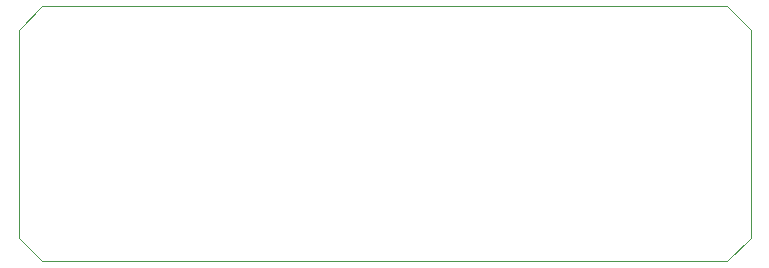
<source format=gbr>
%TF.GenerationSoftware,KiCad,Pcbnew,(6.0.5)*%
%TF.CreationDate,2022-11-25T19:57:39-05:00*%
%TF.ProjectId,Rotini-Hardware,526f7469-6e69-42d4-9861-726477617265,rev?*%
%TF.SameCoordinates,Original*%
%TF.FileFunction,Profile,NP*%
%FSLAX46Y46*%
G04 Gerber Fmt 4.6, Leading zero omitted, Abs format (unit mm)*
G04 Created by KiCad (PCBNEW (6.0.5)) date 2022-11-25 19:57:39*
%MOMM*%
%LPD*%
G01*
G04 APERTURE LIST*
%TA.AperFunction,Profile*%
%ADD10C,0.050000*%
%TD*%
G04 APERTURE END LIST*
D10*
X29000000Y10800000D02*
X-29000000Y10800000D01*
X31000000Y8800000D02*
X29000000Y10800000D01*
X-31000000Y-8800000D02*
X-29000000Y-10800000D01*
X-29000000Y-10800000D02*
X29000000Y-10800000D01*
X-29000000Y10800000D02*
X-31000000Y8800000D01*
X31000000Y-8800000D02*
X31000000Y8800000D01*
X29000000Y-10800000D02*
X31000000Y-8800000D01*
X-31000000Y8800000D02*
X-31000000Y-8800000D01*
M02*

</source>
